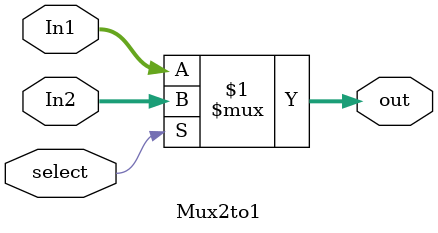
<source format=v>

module Mux2to1( select,
				In1,
				In2,			
				out);
				
	parameter bit_size=32;
	
	input [bit_size-1:0] In1;
	input [bit_size-1:0] In2;
	input select;	
	output [bit_size-1:0] out;		
	
	assign out = select?In2:In1;	
				
endmodule


</source>
